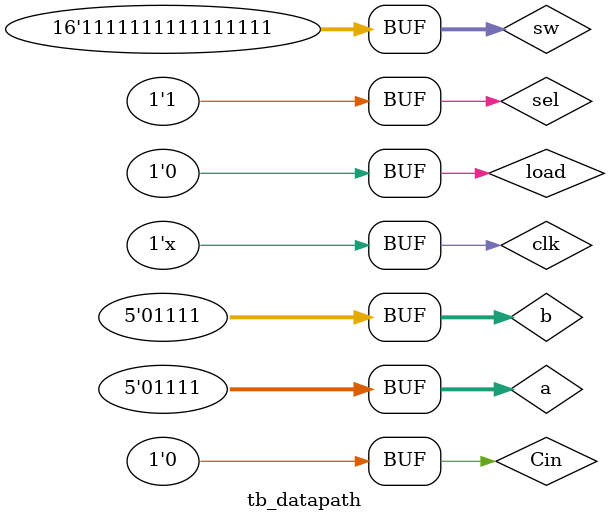
<source format=v>
`timescale 1ns / 1ps

module tb_datapath;

reg clk = 0;
reg load = 0;
reg sel = 0;
reg Cin;

wire[15:0] led;
reg[15:0] sw;

reg[4:0] a;
reg[4:0] b;

always @ (*) begin 
    sw[15:12] = a;
    sw[11:8] = b;
    sw[7:4] = a;
    sw[3:0] = b;
end

datapath uut (
    .clk(clk),
    .load(load),
    .sel(sel),
    .Cin(Cin),
    .sw(sw),
    .led(led)
    );

initial begin
    // test 1 using rca
    a = 4'b0000;
    b = 4'b0000;
    Cin = 0;
    sel = 0;
    #5
    load = 1;
    #5
    load = 0;
    #10
    // test 1 using cla
    sel <= 1;
    #5
    load = 1;
    #5
    load = 0;
    #10
    
    // test 2 using rca
    a = 4'b0000;
    b = 4'b0001;
    Cin = 1;
    sel <= 0;
    #5
    load = 1;
    #5
    load = 0;
    #10
    // test 2 using cla
    sel <= 1;
    #5
    load = 1;
    #5
    load = 0;
    #10
    
    
    // test 3 using rca
    a = 4'b0001;
    b = 4'b0101;
    Cin = 0;
    sel = 0;
    #5
    load = 1;
    #5
    load = 0;
    #10
    // test 3 using cla
    sel = 1;
    #5
    load = 1;
    #5
    load = 0;
    #10
        
    
    // test 4 using rca
    a = 4'b0111;
    b = 4'b0111;
    Cin = 0;
    sel = 0;
    #5
    load = 1;
    #5
    load = 0;
    #10
    // test 4 using cla
    sel = 1;
    #5
    load = 1;
    #5
    load = 0;
    #10
    
    
    // test 5 using rca
    a = 4'b1000;
    b = 4'b0111;
    Cin = 1;
    sel = 0;
    #5
    load = 1;
    #5
    load = 0;
    #10
    // test 5 using cla
    sel = 1;
    #5
    load = 1;
    #5
    load = 0;
    #10
    
    // test 6 using rca
    a = 4'b1100;
    b = 4'b0100;
    Cin = 0;
    sel = 0;
    #5
    load = 1;
    #5
    load = 0;
    #10
    // test 6 using cla
    sel = 1;
    #5
    load = 1;
    #5
    load = 0;
    #10
    
    
    // test 7 using rca
    a = 4'b1000;
    b = 4'b1000;
    Cin = 1;
    sel = 0;
    #5
    load = 1;
    #5
    load = 0;
    #10
    // test 7 using cla
    sel = 1;
    #5
    load = 1;
    #5
    load = 0;
    #10
    
    
    // test 8 using rca
    a = 4'b1001;
    b = 4'b1010;
    Cin = 1;
    sel = 0;
    #5
    load = 1;
    #5
    load = 0;
    #10
    // test 8 using cla
    sel = 1;
    #5
    load = 1;
    #5
    load = 0;
    #10
    
    
    // test 9 using rca
    a = 4'b1111;
    b = 4'b1111;
    Cin = 0;
    sel = 0;
    #5
    load = 1;
    #5
    load = 0;
    #10
    // test 9 using cla
    sel = 1;
    #5
    load = 1;
    #5
    load = 0;
    
    
end

always begin
#1 clk = ~clk;
end

endmodule


</source>
